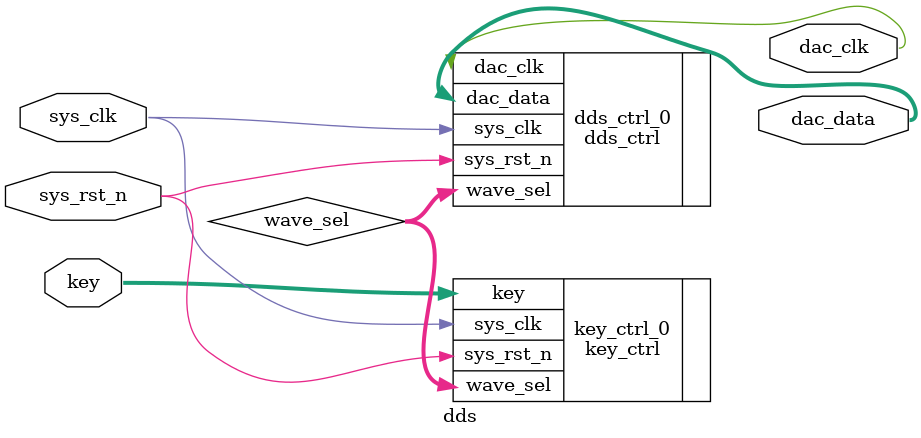
<source format=v>

module dds(
input wire              sys_clk,
input wire              sys_rst_n,
input wire [3:0]        key,

output wire [9:0]       dac_data,
output wire             dac_clk
    );

wire [3:0] wave_sel;


// 实例化按键控制
key_ctrl key_ctrl_0(
    .sys_clk        (sys_clk),
    .sys_rst_n      (sys_rst_n),
    .key            (key),

    // 波形选择信号
    .wave_sel       (wave_sel)    
);

// 实例化dds控制
dds_ctrl dds_ctrl_0(
.sys_clk        (sys_clk),
.sys_rst_n      (sys_rst_n),
.wave_sel       (wave_sel),

.dac_data       (dac_data),
.dac_clk        (dac_clk)
    );

endmodule

</source>
